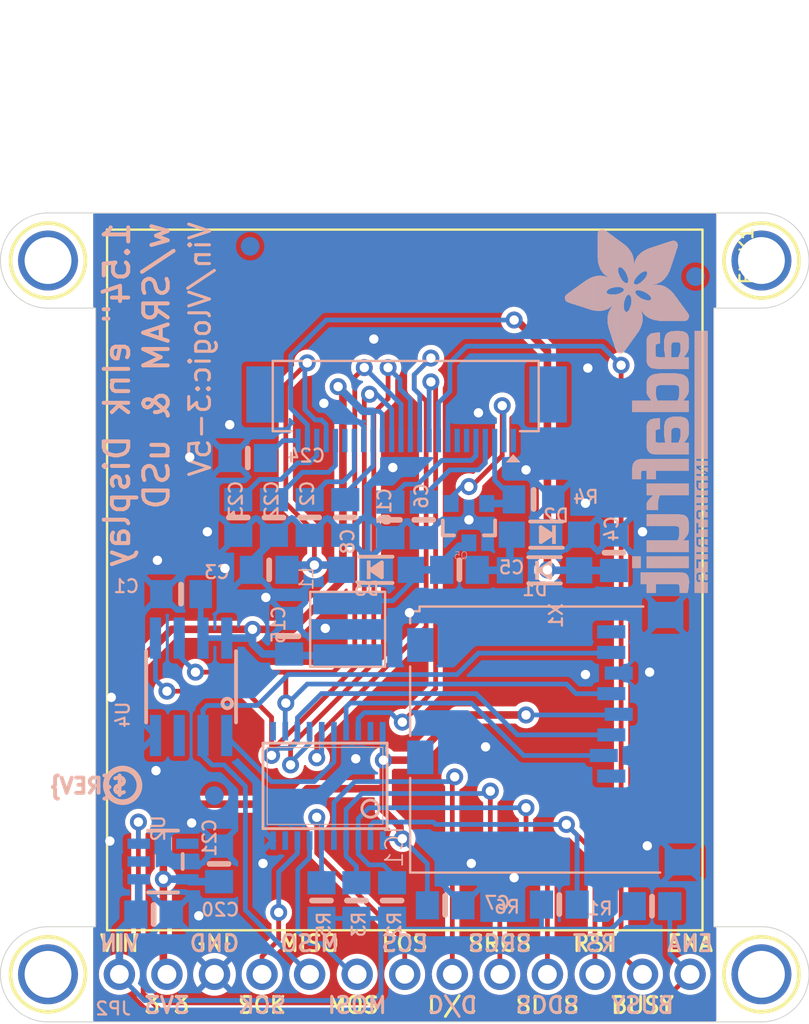
<source format=kicad_pcb>
(kicad_pcb (version 20221018) (generator pcbnew)
  (layers (0 "F.Cu" signal) (31 "B.Cu" signal) (34 "B.Paste" user) (35 "F.Paste" user) (36 "B.SilkS" user "B.Silkscreen") (37 "F.SilkS" user "F.Silkscreen") (38 "B.Mask" user) (39 "F.Mask" user) (44 "Edge.Cuts" user))
  (net 0 "")
  (net 1 "GND")
  (net 2 "3.3V")
  (net 3 "VGH")
  (net 4 "VGL")
  (net 5 "VIN")
  (net 6 "SCLK_3V")
  (net 7 "MOSI_3V")
  (net 8 "DISPCS_3V")
  (net 9 "SRAMCS_3V")
  (net 10 "RESET_3V")
  (net 11 "MISO")
  (net 12 "BUSY")
  (net 13 "RESET")
  (net 14 "SCLK")
  (net 15 "DISPCS")
  (net 16 "SRAMCS")
  (net 17 "SDCS_3V")
  (net 18 "SDCS")
  (net 19 "GDR")
  (net 20 "RESE")
  (net 21 "N$4")
  (net 22 "N$5")
  (net 23 "N$6")
  (net 24 "N$27")
  (net 25 "N$33")
  (net 26 "DC_3V")
  (net 27 "N$2")
  (net 28 "N$3")
  (net 29 "DC")
  (net 30 "MOSI")
  (net 31 "TSCL")
  (net 32 "TSDA")
  (net 33 "ENABLE")
  (net 34 "N$9")
  (footprint "working:EINK_154IN" (layer "F.Cu") (at 162.3041 92.0026 -90)
    (fp_text reference "EINK1")
    (fp_text value "EINK_EPD0231EINK_154IN_200X200")
  )
  (footprint "working:MOUNTINGHOLE_2.5_PLATED" (layer "F.Cu") (at 129.4511 124.0536)
    (fp_text reference "U$3" hide)
    (fp_text value "MOUNTINGHOLE2.5" hide)
  )
  (footprint "working:MOUNTINGHOLE_2.5_PLATED" (layer "F.Cu") (at 167.5511 124.0536)
    (fp_text reference "U$4" hide)
    (fp_text value "MOUNTINGHOLE2.5" hide)
  )
  (footprint "working:MOUNTINGHOLE_2.5_PLATED" (layer "F.Cu") (at 167.5511 85.9536)
    (fp_text reference "U$6" hide)
    (fp_text value "MOUNTINGHOLE2.5" hide)
  )
  (footprint "working:MOUNTINGHOLE_2.5_PLATED" (layer "F.Cu") (at 129.4511 85.9536)
    (fp_text reference "U$5" hide)
    (fp_text value "MOUNTINGHOLE2.5" hide)
  )
  (footprint "working:0805_10MGAP" (layer "B.Cu") (at 136.5539 103.7602 180)
    (fp_text reference "C1")
    (fp_text value "1uF")
  )
  (footprint "working:0805-NO" (layer "B.Cu") (at 141.5161 99.6696 90)
    (fp_text reference "C22")
    (fp_text value "1uF/25V")
  )
  (footprint "working:FIDUCIAL_1MM" (layer "B.Cu") (at 138.3321 114.5166 90)
    (fp_text reference "FID2" hide)
    (fp_text value "FIDUCIAL_1MM" hide)
  )
  (footprint "working:SOD-123" (layer "B.Cu") (at 146.9771 102.4636)
    (fp_text reference "D3")
    (fp_text value "MBR0530")
  )
  (footprint "working:FIDUCIAL_1MM" (layer "B.Cu") (at 140.2461 85.1916 180)
    (fp_text reference "FID3" hide)
    (fp_text value "FIDUCIAL_1MM" hide)
  )
  (footprint "working:0805-NO" (layer "B.Cu") (at 144.0561 120.1166 -90)
    (fp_text reference "R5")
    (fp_text value "100K")
  )
  (footprint "working:0805-NO" (layer "B.Cu") (at 139.6111 99.6696 90)
    (fp_text reference "C23")
    (fp_text value "1uF/25V")
  )
  (footprint "working:TSSOP20" (layer "B.Cu") (at 144.2447 113.9952 180)
    (fp_text reference "IC1")
    (fp_text value "74LVC245PW")
  )
  (footprint "working:0805-NO" (layer "B.Cu") (at 149.5171 99.7966 90)
    (fp_text reference "C6")
    (fp_text value "1uF/10V")
  )
  (footprint "working:INDUCTOR_4X4MM_NR401" (layer "B.Cu") (at 145.4531 105.6386 -90)
    (fp_text reference "L1")
    (fp_text value "10uH")
  )
  (footprint "working:0805-NO" (layer "B.Cu") (at 142.3249 106.0078 -90)
    (fp_text reference "C15")
    (fp_text value "10uF/10V+")
  )
  (footprint "working:0805-NO" (layer "B.Cu") (at 140.1191 96.4946)
    (fp_text reference "C24")
    (fp_text value "1uF/6V")
  )
  (footprint "working:0805-NO" (layer "B.Cu") (at 145.3261 99.6696 -90)
    (fp_text reference "C8")
    (fp_text value "1uF")
  )
  (footprint "working:0805-NO" (layer "B.Cu") (at 135.0911 120.8616)
    (fp_text reference "C20")
    (fp_text value "10µF")
  )
  (footprint "working:0805-NO" (layer "B.Cu") (at 159.6771 101.5492 90)
    (fp_text reference "C4")
    (fp_text value "1uF/25V")
  )
  (footprint "working:MICROSD" (layer "B.Cu") (at 148.8911 104.4732 -90)
    (fp_text reference "X1")
    (fp_text value "MICROSD")
  )
  (footprint "working:ADAFRUIT_TEXT_20MM" (layer "B.Cu") (at 164.6751 84.1286 -90)
    (fp_text reference "U$28" hide)
    (fp_text value "" hide)
  )
  (footprint "working:0805_10MGAP" (layer "B.Cu") (at 155.3845 98.7044)
    (fp_text reference "R4")
    (fp_text value "0.47ohm")
  )
  (footprint "working:SOD-123" (layer "B.Cu") (at 156.0703 100.584 180)
    (fp_text reference "D2")
    (fp_text value "MBR0530")
  )
  (footprint "working:0805-NO" (layer "B.Cu") (at 150.6601 120.3706)
    (fp_text reference "C7")
    (fp_text value "1uF")
  )
  (footprint "working:0805-NO" (layer "B.Cu") (at 147.8261 120.1166 -90)
    (fp_text reference "R2")
    (fp_text value "100K")
  )
  (footprint "working:0805-NO" (layer "B.Cu") (at 145.9211 120.1166 -90)
    (fp_text reference "R3")
    (fp_text value "100K")
  )
  (footprint "working:0805-NO" (layer "B.Cu") (at 147.7391 99.7966 90)
    (fp_text reference "C16")
    (fp_text value "1uF/25V")
  )
  (footprint "working:0805-NO" (layer "B.Cu") (at 138.5851 118.1596 90)
    (fp_text reference "C21")
    (fp_text value "10µF")
  )
  (footprint "working:0805-NO" (layer "B.Cu") (at 151.4221 102.4636)
    (fp_text reference "C5")
    (fp_text value "4.7uF/25V")
  )
  (footprint "working:PCBFEAT-REV-040" (layer "B.Cu") (at 133.4371 113.9676 180)
    (fp_text reference "U$9" hide)
    (fp_text value "" hide)
  )
  (footprint "working:0805-NO" (layer "B.Cu") (at 156.7561 120.3306 180)
    (fp_text reference "R6")
    (fp_text value "100K")
  )
  (footprint "working:1X13_ROUND_70" (layer "B.Cu") (at 148.5011 124.0536)
    (fp_text reference "JP2")
    (fp_text value "")
  )
  (footprint "working:0805-NO" (layer "B.Cu") (at 143.4211 99.6696 90)
    (fp_text reference "C2")
    (fp_text value "1uF/10V")
  )
  (footprint "working:FIDUCIAL_1MM" (layer "B.Cu") (at 164.0271 86.8106 180)
    (fp_text reference "FID1" hide)
    (fp_text value "FIDUCIAL_1MM" hide)
  )
  (footprint "working:0805-NO" (layer "B.Cu") (at 141.2621 102.4636 180)
    (fp_text reference "C3")
    (fp_text value "1uF/25V")
  )
  (footprint "working:SOIC8_150MIL" (layer "B.Cu") (at 137.0921 108.7066 180)
    (fp_text reference "U4")
    (fp_text value "23K640-I/SN")
  )
  (footprint "working:SOD-123" (layer "B.Cu") (at 155.9687 102.489)
    (fp_text reference "D1")
    (fp_text value "MBR0530")
  )
  (footprint "working:SOT23-5" (layer "B.Cu") (at 135.5931 118.0326 90)
    (fp_text reference "U2")
    (fp_text value "MIC5225-3.3")
  )
  (footprint "working:0805-NO" (layer "B.Cu") (at 161.7091 120.4176 180)
    (fp_text reference "R1")
    (fp_text value "100K")
  )
  (footprint "working:SOT23-3" (layer "B.Cu") (at 151.9301 99.9236)
    (fp_text reference "Q5")
    (fp_text value "IRLML0100")
  )
  (gr_line (start 167.5511 88.4936) (end 165.0111 88.4936) (stroke (width 0.05)) (layer "Edge.Cuts"))
  (gr_arc (start 167.5511 83.4136) (mid 169.347151 84.157549) (end 170.0911 85.9536) (stroke (width 0.05)) (layer "Edge.Cuts"))
  (gr_arc (start 129.4511 126.5936) (mid 127.655049 125.849651) (end 126.911101 124.053599) (stroke (width 0.05)) (layer "Edge.Cuts"))
  (gr_line (start 131.9911 88.4936) (end 129.4511 88.4936) (stroke (width 0.05)) (layer "Edge.Cuts"))
  (gr_arc (start 126.9111 85.9536) (mid 127.655049 84.157548) (end 129.451101 83.413599) (stroke (width 0.05)) (layer "Edge.Cuts"))
  (gr_arc (start 170.0911 85.9536) (mid 169.347151 87.749651) (end 167.5511 88.4936) (stroke (width 0.05)) (layer "Edge.Cuts"))
  (gr_line (start 167.5511 121.5136) (end 165.0111 121.5136) (stroke (width 0.05)) (layer "Edge.Cuts"))
  (gr_arc (start 126.911101 124.053601) (mid 127.655049 122.257549) (end 129.4511 121.5136) (stroke (width 0.05)) (layer "Edge.Cuts"))
  (gr_arc (start 167.5511 121.5136) (mid 169.347151 122.257549) (end 170.0911 124.0536) (stroke (width 0.05)) (layer "Edge.Cuts"))
  (gr_arc (start 129.4511 88.4936) (mid 127.655049 87.749651) (end 126.911101 85.953599) (stroke (width 0.05)) (layer "Edge.Cuts"))
  (gr_line (start 165.0111 121.5136) (end 165.0111 88.4936) (stroke (width 0.05)) (layer "Edge.Cuts"))
  (gr_line (start 129.4511 83.4136) (end 167.5511 83.4136) (stroke (width 0.05)) (layer "Edge.Cuts"))
  (gr_line (start 131.9911 121.5136) (end 129.4511 121.5136) (stroke (width 0.05)) (layer "Edge.Cuts"))
  (gr_arc (start 170.0911 124.0536) (mid 169.347151 125.849651) (end 167.5511 126.5936) (stroke (width 0.05)) (layer "Edge.Cuts"))
  (gr_line (start 131.9911 88.4936) (end 131.9911 121.5136) (stroke (width 0.05)) (layer "Edge.Cuts"))
  (gr_line (start 167.5511 126.5936) (end 129.4511 126.5936) (stroke (width 0.05)) (layer "Edge.Cuts"))
  (gr_text "SDCS" (at 156.1211 125.7046) (layer "B.SilkS") (effects (font (size 0.8636 0.8636) (thickness 0.1524)) (justify mirror)))
  (gr_text "ENA" (at 163.7411 122.4026) (layer "B.SilkS") (effects (font (size 0.8636 0.8636) (thickness 0.1524)) (justify mirror)))
  (gr_text "GND" (at 138.3411 122.4026) (layer "B.SilkS") (effects (font (size 0.8636 0.8636) (thickness 0.1524)) (justify mirror)))
  (gr_text "D/C" (at 151.0411 125.7046) (layer "B.SilkS") (effects (font (size 0.8636 0.8636) (thickness 0.1524)) (justify mirror)))
  (gr_text "1.54\" eInk Display\nw/SRAM & uSD" (at 132.3721 83.7946 -270) (layer "B.SilkS") (effects (font (size 1.31064 1.31064) (thickness 0.21336)) (justify left top mirror)))
  (gr_text "Vin/Vlogic:3-5V" (at 138.2141 83.7946 -270) (layer "B.SilkS") (effects (font (size 1.1049 1.1049) (thickness 0.1651)) (justify left bottom mirror)))
  (gr_text "MOSI" (at 145.9611 125.7046) (layer "B.SilkS") (effects (font (size 0.8636 0.8636) (thickness 0.1524)) (justify mirror)))
  (gr_text "RST" (at 158.6611 122.4026) (layer "B.SilkS") (effects (font (size 0.8636 0.8636) (thickness 0.1524)) (justify mirror)))
  (gr_text "SRCS" (at 153.5811 122.4026) (layer "B.SilkS") (effects (font (size 0.8636 0.8636) (thickness 0.1524)) (justify mirror)))
  (gr_text "ECS" (at 148.5011 122.4026) (layer "B.SilkS") (effects (font (size 0.8636 0.8636) (thickness 0.1524)) (justify mirror)))
  (gr_text "VIN" (at 133.2611 122.4026) (layer "B.SilkS") (effects (font (size 0.8636 0.8636) (thickness 0.1524)) (justify mirror)))
  (gr_text "MISO" (at 143.4211 122.4026) (layer "B.SilkS") (effects (font (size 0.8636 0.8636) (thickness 0.1524)) (justify mirror)))
  (gr_text "3V3" (at 135.8011 125.7046) (layer "B.SilkS") (effects (font (size 0.8636 0.8636) (thickness 0.1524)) (justify mirror)))
  (gr_text "BUSY" (at 161.2011 125.7046) (layer "B.SilkS") (effects (font (size 0.8636 0.8636) (thickness 0.1524)) (justify mirror)))
  (gr_text "SCK" (at 140.8811 125.7046) (layer "B.SilkS") (effects (font (size 0.8636 0.8636) (thickness 0.1524)) (justify mirror)))
  (gr_text "MOSI" (at 145.9611 125.7046) (layer "F.SilkS") (effects (font (size 0.8636 0.8636) (thickness 0.1524))))
  (gr_text "SCK" (at 140.8811 125.7046) (layer "F.SilkS") (effects (font (size 0.8636 0.8636) (thickness 0.1524))))
  (gr_text "D/C" (at 151.0411 125.7046) (layer "F.SilkS") (effects (font (size 0.8636 0.8636) (thickness 0.1524))))
  (gr_text "VIN" (at 133.2611 122.4026) (layer "F.SilkS") (effects (font (size 0.8636 0.8636) (thickness 0.1524))))
  (gr_text "ECS" (at 148.5011 122.4026) (layer "F.SilkS") (effects (font (size 0.8636 0.8636) (thickness 0.1524))))
  (gr_text "SRCS" (at 153.5811 122.4026) (layer "F.SilkS") (effects (font (size 0.8636 0.8636) (thickness 0.1524))))
  (gr_text "ENA" (at 163.7411 122.4026) (layer "F.SilkS") (effects (font (size 0.8636 0.8636) (thickness 0.1524))))
  (gr_text "RST" (at 158.6611 122.4026) (layer "F.SilkS") (effects (font (size 0.8636 0.8636) (thickness 0.1524))))
  (gr_text "SDCS" (at 156.1211 125.7046) (layer "F.SilkS") (effects (font (size 0.8636 0.8636) (thickness 0.1524))))
  (gr_text "3V3" (at 135.8011 125.7046) (layer "F.SilkS") (effects (font (size 0.8636 0.8636) (thickness 0.1524))))
  (gr_text "BUSY" (at 161.2011 125.7046) (layer "F.SilkS") (effects (font (size 0.8636 0.8636) (thickness 0.1524))))
  (gr_text "MISO" (at 143.4211 122.4026) (layer "F.SilkS") (effects (font (size 0.8636 0.8636) (thickness 0.1524))))
  (gr_text "GND" (at 138.3411 122.4026) (layer "F.SilkS") (effects (font (size 0.8636 0.8636) (thickness 0.1524))))
  (via (at 161.4551 117.1956) (size 0.9064) (drill 0.5) (layers "F.Cu" "B.Cu") (net 1))
  (via (at 152.8191 111.9124) (size 0.9064) (drill 0.5) (layers "F.Cu" "B.Cu") (net 1))
  (via (at 138.8999 102.3874) (size 0.9064) (drill 0.5) (layers "F.Cu" "B.Cu") (net 1))
  (via (at 132.8293 109.2708) (size 0.9064) (drill 0.5) (layers "F.Cu" "B.Cu") (net 1))
  (via (at 135.2169 113.1824) (size 0.9064) (drill 0.5) (layers "F.Cu" "B.Cu") (net 1))
  (via (at 151.9301 99.7966) (size 0.9064) (drill 0.5) (layers "F.Cu" "B.Cu") (net 1))
  (via (at 137.1219 115.9764) (size 0.9064) (drill 0.5) (layers "F.Cu" "B.Cu") (net 1))
  (via (at 144.1831 93.5736) (size 0.9064) (drill 0.5) (layers "F.Cu" "B.Cu") (net 1))
  (via (at 144.2593 105.5878) (size 0.9064) (drill 0.5) (layers "F.Cu" "B.Cu") (net 1))
  (via (at 147.8661 97.0026) (size 0.9064) (drill 0.5) (layers "F.Cu" "B.Cu") (net 1))
  (via (at 148.7551 104.7496) (size 0.9064) (drill 0.5) (layers "F.Cu" "B.Cu") (net 1))
  (via (at 137.9601 100.4316) (size 0.9064) (drill 0.5) (layers "F.Cu" "B.Cu") (net 1))
  (via (at 145.8849 112.5474) (size 0.9064) (drill 0.5) (layers "F.Cu" "B.Cu") (net 1))
  (via (at 141.0843 103.9368) (size 0.9064) (drill 0.5) (layers "F.Cu" "B.Cu") (net 1))
  (via (at 152.4381 94.0816) (size 0.9064) (drill 0.5) (layers "F.Cu" "B.Cu") (net 1))
  (via (at 154.9781 97.1296) (size 0.9064) (drill 0.5) (layers "F.Cu" "B.Cu") (net 1))
  (via (at 161.5821 107.9246) (size 0.9064) (drill 0.5) (layers "F.Cu" "B.Cu") (net 1))
  (via (at 140.9319 118.1354) (size 0.9064) (drill 0.5) (layers "F.Cu" "B.Cu") (net 1))
  (via (at 161.2011 100.4316) (size 0.9064) (drill 0.5) (layers "F.Cu" "B.Cu") (net 1))
  (via (at 137.0203 96.4438) (size 0.9064) (drill 0.5) (layers "F.Cu" "B.Cu") (net 1))
  (via (at 132.7531 116.9416) (size 0.9064) (drill 0.5) (layers "F.Cu" "B.Cu") (net 1))
  (via (at 135.2931 101.9556) (size 0.9064) (drill 0.5) (layers "F.Cu" "B.Cu") (net 1))
  (via (at 139.1539 94.7166) (size 0.9064) (drill 0.5) (layers "F.Cu" "B.Cu") (net 1))
  (via (at 158.2801 91.694) (size 0.9064) (drill 0.5) (layers "F.Cu" "B.Cu") (net 1))
  (via (at 137.5029 120.9294) (size 0.9064) (drill 0.5) (layers "F.Cu" "B.Cu") (net 1))
  (via (at 158.1531 98.9076) (size 0.9064) (drill 0.5) (layers "F.Cu" "B.Cu") (net 1))
  (via (at 154.3431 118.8974) (size 0.9064) (drill 0.5) (layers "F.Cu" "B.Cu") (net 1))
  (via (at 152.0571 118.1354) (size 0.9064) (drill 0.5) (layers "F.Cu" "B.Cu") (net 1))
  (via (at 146.8501 90.1446) (size 0.9064) (drill 0.5) (layers "F.Cu" "B.Cu") (net 1))
  (via (at 158.1531 108.0516) (size 0.9064) (drill 0.5) (layers "F.Cu" "B.Cu") (net 1))
  (segment (start 150.8041 94.5726) (end 151.1681 94.2086) (width 0.254) (layer "B.Cu") (net 1))
  (segment (start 141.1351 101.1936) (end 141.1351 100.8126) (width 0.4064) (layer "B.Cu") (net 1))
  (segment (start 150.8041 95.5626) (end 150.8041 94.5726) (width 0.254) (layer "B.Cu") (net 1))
  (segment (start 140.3121 102.0166) (end 141.1351 101.1936) (width 0.4064) (layer "B.Cu") (net 1))
  (segment (start 144.3101 93.5736) (end 144.1831 93.5736) (width 0.254) (layer "B.Cu") (net 1))
  (segment (start 145.3261 94.5896) (end 144.3101 93.5736) (width 0.254) (layer "B.Cu") (net 1))
  (segment (start 140.3121 102.4636) (end 140.3121 102.0166) (width 0.4064) (layer "B.Cu") (net 1))
  (segment (start 146.3041 95.5626) (end 146.3041 94.8056) (width 0.254) (layer "B.Cu") (net 1))
  (segment (start 146.3041 94.8056) (end 146.0881 94.5896) (width 0.254) (layer "B.Cu") (net 1))
  (segment (start 146.0881 94.5896) (end 145.3261 94.5896) (width 0.254) (layer "B.Cu") (net 1))
  (segment (start 142.5321 105.6386) (end 145.1991 102.9716) (width 0.4064) (layer "F.Cu") (net 2))
  (segment (start 147.3581 114.1476) (end 147.3581 112.6236) (width 0.4064) (layer "F.Cu") (net 2))
  (segment (start 135.6106 118.9736) (end 135.6106 114.9731) (width 0.4064) (layer "F.Cu") (net 2))
  (segment (start 135.6106 114.9731) (end 142.4686 114.9731) (width 0.4064) (layer "F.Cu") (net 2))
  (segment (start 147.3581 115.2906) (end 147.3581 114.1476) (width 0.4064) (layer "F.Cu") (net 2))
  (segment (start 145.1991 92.9386) (end 144.9451 92.6846) (width 0.4064) (layer "F.Cu") (net 2))
  (segment (start 143.2941 114.1476) (end 147.3581 114.1476) (width 0.4064) (layer "F.Cu") (net 2))
  (segment (start 135.8011 124.0536) (end 135.6106 123.8631) (width 0.4064) (layer "F.Cu") (net 2))
  (segment (start 145.1991 102.9716) (end 145.1991 92.9386) (width 0.4064) (layer "F.Cu") (net 2))
  (segment (start 148.8821 112.6236) (end 147.3581 112.6236) (width 0.4064) (layer "F.Cu") (net 2))
  (segment (start 142.4686 114.9731) (end 143.2941 114.1476) (width 0.4064) (layer "F.Cu") (net 2))
  (segment (start 135.6106 114.9731) (end 134.0231 113.3856) (width 0.4064) (layer "F.Cu") (net 2))
  (segment (start 151.2951 110.2106) (end 148.8821 112.6236) (width 0.4064) (layer "F.Cu") (net 2))
  (segment (start 134.0231 107.6706) (end 136.0551 105.6386) (width 0.4064) (layer "F.Cu") (net 2))
  (segment (start 135.6106 123.8631) (end 135.6106 118.9736) (width 0.4064) (layer "F.Cu") (net 2))
  (segment (start 148.2471 116.1796) (end 147.3581 115.2906) (width 0.4064) (layer "F.Cu") (net 2))
  (segment (start 136.0551 105.6386) (end 140.3731 105.6386) (width 0.4064) (layer "F.Cu") (net 2))
  (segment (start 140.3731 105.6386) (end 142.5321 105.6386) (width 0.4064) (layer "F.Cu") (net 2))
  (segment (start 148.2471 116.6876) (end 148.2471 116.1796) (width 0.4064) (layer "F.Cu") (net 2))
  (segment (start 134.0231 113.3856) (end 134.0231 107.6706) (width 0.4064) (layer "F.Cu") (net 2))
  (segment (start 148.3741 116.8146) (end 148.2471 116.6876) (width 0.4064) (layer "F.Cu") (net 2))
  (segment (start 151.2951 110.2106) (end 154.9781 110.2106) (width 0.4064) (layer "F.Cu") (net 2))
  (via (at 144.9451 92.6846) (size 0.9064) (drill 0.5) (layers "F.Cu" "B.Cu") (net 2))
  (via (at 140.3731 105.6386) (size 0.9064) (drill 0.5) (layers "F.Cu" "B.Cu") (net 2))
  (via (at 148.3741 116.8146) (size 0.9064) (drill 0.5) (layers "F.Cu" "B.Cu") (net 2))
  (via (at 154.9781 110.2106) (size 0.9064) (drill 0.5) (layers "F.Cu" "B.Cu") (net 2))
  (via (at 135.6106 118.9736) (size 0.9064) (drill 0.5) (layers "F.Cu" "B.Cu") (net 2))
  (via (at 147.3581 112.6236) (size 0.9064) (drill 0.5) (layers "F.Cu" "B.Cu") (net 2))
  (segment (start 147.3041 94.1546) (end 147.1501 94.0006) (width 0.254) (layer "B.Cu") (net 2))
  (segment (start 147.3197 111.0774) (end 147.3197 112.6236) (width 0.3048) (layer "B.Cu") (net 2))
  (segment (start 145.3261 98.3996) (end 145.3261 98.7196) (width 0.254) (layer "B.Cu") (net 2))
  (segment (start 140.9303 106.9578) (end 140.3731 106.4006) (width 0.4064) (layer "B.Cu") (net 2))
  (segment (start 146.8041 95.5626) (end 146.8041 94.0006) (width 0.254) (layer "B.Cu") (net 2))
  (segment (start 159.9311 110.1732) (end 159.9311 110.2106) (width 0.254) (layer "B.Cu") (net 2))
  (segment (start 137.0202 119.1096) (end 136.8932 118.9826) (width 0.4064) (layer "B.Cu") (net 2))
  (segment (start 138.9971 106.1066) (end 140.3331 106.1066) (width 0.4064) (layer "B.Cu") (net 2))
  (segment (start 136.8932 118.9826) (end 136.8842 118.9736) (width 0.4064) (layer "B.Cu") (net 2))
  (segment (start 146.2611 94.0006) (end 144.9451 92.6846) (width 0.4064) (layer "B.Cu") (net 2))
  (segment (start 144.9451 92.6496) (end 144.9451 92.6846) (width 0.4064) (layer "B.Cu") (net 2))
  (segment (start 159.9311 110.2106) (end 154.9781 110.2106) (width 0.254) (layer "B.Cu") (net 2))
  (segment (start 146.8041 96.9216) (end 145.3261 98.3996) (width 0.254) (layer "B.Cu") (net 2))
  (segment (start 138.5851 119.1096) (end 137.0202 119.1096) (width 0.4064) (layer "B.Cu") (net 2))
  (segment (start 140.3731 106.4006) (end 140.3731 106.1466) (width 0.4064) (layer "B.Cu") (net 2))
  (segment (start 146.8041 94.0006) (end 146.2611 94.0006) (width 0.4064) (layer "B.Cu") (net 2))
  (segment (start 136.8842 118.9736) (end 135.6106 118.9736) (width 0.4064) (layer "B.Cu") (net 2))
  (segment (start 138.9971 106.1066) (end 137.7271 106.1066) (width 0.3048) (layer "B.Cu") (net 2))
  (segment (start 140.3331 106.1066) (end 140.3731 106.1466) (width 0.4064) (layer "B.Cu") (net 2))
  (segment (start 147.3041 94.1546) (end 147.3041 95.5626) (width 0.254) (layer "B.Cu") (net 2))
  (segment (start 147.3197 112.6236) (end 147.3581 112.6236) (width 0.3048) (layer "B.Cu") (net 2))
  (segment (start 149.7101 118.1506) (end 148.3741 116.8146) (width 0.254) (layer "B.Cu") (net 2))
  (segment (start 147.3197 116.913) (end 147.4181 116.8146) (width 0.254) (layer "B.Cu") (net 2))
  (segment (start 149.7101 120.3706) (end 149.7101 118.1506) (width 0.254) (layer "B.Cu") (net 2))
  (segment (start 147.1501 94.0006) (end 146.8041 94.0006) (width 0.254) (layer "B.Cu") (net 2))
  (segment (start 137.6039 105.9834) (end 137.6039 103.7602) (width 0.3048) (layer "B.Cu") (net 2))
  (segment (start 142.4057 107.0386) (end 142.3249 106.9578) (width 0.4064) (layer "B.Cu") (net 2))
  (segment (start 137.7271 106.1066) (end 137.6039 105.9834) (width 0.3048) (layer "B.Cu") (net 2))
  (segment (start 142.3249 106.9578) (end 140.9303 106.9578) (width 0.4064) (layer "B.Cu") (net 2))
  (segment (start 146.8041 95.5626) (end 146.8041 96.9216) (width 0.254) (layer "B.Cu") (net 2))
  (segment (start 147.4181 116.8146) (end 148.3741 116.8146) (width 0.254) (layer "B.Cu") (net 2))
  (segment (start 145.4531 107.0386) (end 142.4057 107.0386) (width 0.4064) (layer "B.Cu") (net 2))
  (segment (start 140.3731 106.1466) (end 140.3731 105.6386) (width 0.4064) (layer "B.Cu") (net 2))
  (segment (start 143.6751 100.4316) (end 142.1511 98.9076) (width 0.254) (layer "F.Cu") (net 3))
  (segment (start 143.6751 102.2096) (end 143.6751 100.4316) (width 0.254) (layer "F.Cu") (net 3))
  (segment (start 142.1511 98.9076) (end 142.1511 92.5576) (width 0.254) (layer "F.Cu") (net 3))
  (segment (start 142.1511 92.5576) (end 143.2941 91.4146) (width 0.254) (layer "F.Cu") (net 3))
  (via (at 143.2941 91.4146) (size 0.9064) (drill 0.5) (layers "F.Cu" "B.Cu") (net 3))
  (via (at 143.6751 102.2096) (size 0.9064) (drill 0.5) (layers "F.Cu" "B.Cu") (net 3))
  (segment (start 144.0561 94.4626) (end 143.7259 94.4626) (width 0.254) (layer "B.Cu") (net 3))
  (segment (start 142.5321 102.2096) (end 143.6751 102.2096) (width 0.4064) (layer "B.Cu") (net 3))
  (segment (start 144.3041 94.7106) (end 144.0561 94.4626) (width 0.254) (layer "B.Cu") (net 3))
  (segment (start 143.1671 93.9038) (end 143.1671 91.7956) (width 0.254) (layer "B.Cu") (net 3))
  (segment (start 143.7259 94.4626) (end 143.1671 93.9038) (width 0.254) (layer "B.Cu") (net 3))
  (segment (start 143.1671 91.7956) (end 143.2941 91.6686) (width 0.254) (layer "B.Cu") (net 3))
  (segment (start 142.4051 102.3366) (end 142.5321 102.2096) (width 0.4064) (layer "B.Cu") (net 3))
  (segment (start 144.5641 102.2096) (end 143.6751 102.2096) (width 0.4064) (layer "B.Cu") (net 3))
  (segment (start 145.1271 102.4636) (end 144.8181 102.4636) (width 0.4064) (layer "B.Cu") (net 3))
  (segment (start 144.3041 95.5626) (end 144.3041 94.7106) (width 0.254) (layer "B.Cu") (net 3))
  (segment (start 143.2941 91.6686) (end 143.2941 91.4146) (width 0.254) (layer "B.Cu") (net 3))
  (segment (start 142.2121 102.3366) (end 142.4051 102.3366) (width 0.4064) (layer "B.Cu") (net 3))
  (segment (start 144.8181 102.4636) (end 144.5641 102.2096) (width 0.4064) (layer "B.Cu") (net 3))
  (segment (start 142.2121 102.4636) (end 142.2121 102.3366) (width 0.4064) (layer "B.Cu") (net 3))
  (segment (start 156.1211 102.4636) (end 156.1211 90.7796) (width 0.4064) (layer "F.Cu") (net 4))
  (segment (start 154.3431 89.1286) (end 154.4701 89.1286) (width 0.254) (layer "F.Cu") (net 4))
  (segment (start 156.1211 90.7796) (end 154.4701 89.1286) (width 0.4064) (layer "F.Cu") (net 4))
  (via (at 156.1211 102.4636) (size 0.9064) (drill 0.5) (layers "F.Cu" "B.Cu") (net 4))
  (via (at 154.3431 89.1286) (size 0.9064) (drill 0.5) (layers "F.Cu" "B.Cu") (net 4))
  (segment (start 144.3101 89.1286) (end 154.3431 89.1286) (width 0.254) (layer "B.Cu") (net 4))
  (segment (start 159.6771 102.4992) (end 157.8289 102.4992) (width 0.4064) (layer "B.Cu") (net 4))
  (segment (start 142.4151 93.8376) (end 142.4151 91.0236) (width 0.254) (layer "B.Cu") (net 4))
  (segment (start 143.3041 94.7266) (end 142.4151 93.8376) (width 0.254) (layer "B.Cu") (net 4))
  (segment (start 143.3041 95.5626) (end 143.3041 94.7266) (width 0.254) (layer "B.Cu") (net 4))
  (segment (start 156.1465 102.489) (end 156.1211 102.4636) (width 0.4064) (layer "B.Cu") (net 4))
  (segment (start 157.8187 102.489) (end 156.1465 102.489) (width 0.4064) (layer "B.Cu") (net 4))
  (segment (start 142.4151 91.0236) (end 144.3101 89.1286) (width 0.254) (layer "B.Cu") (net 4))
  (segment (start 157.8289 102.4992) (end 157.8187 102.489) (width 0.4064) (layer "B.Cu") (net 4))
  (segment (start 147.8261 121.0666) (end 147.1041 121.0666) (width 0.254) (layer "B.Cu") (net 5))
  (segment (start 133.2611 124.1171) (end 133.2611 124.0536) (width 0.254) (layer "B.Cu") (net 5))
  (segment (start 133.2611 121.7416) (end 134.1411 120.8616) (width 0.4064) (layer "B.Cu") (net 5))
  (segment (start 147.2311 125.0696) (end 147.2311 121.1936) (width 0.254) (layer "B.Cu") (net 5))
  (segment (start 147.8261 121.6406) (end 147.8261 121.0666) (width 0.254) (layer "B.Cu") (net 5))
  (segment (start 147.1041 121.0666) (end 145.9211 121.0666) (width 0.254) (layer "B.Cu") (net 5))
  (segment (start 159.5361 121.6406) (end 155.8061 121.6406) (width 0.254) (layer "B.Cu") (net 5))
  (segment (start 155.8061 120.3306) (end 155.8061 121.6406) (width 0.254) (layer "B.Cu") (net 5))
  (segment (start 155.8061 121.6406) (end 147.8261 121.6406) (width 0.254) (layer "B.Cu") (net 5))
  (segment (start 159.5361 121.6406) (end 160.7591 120.4176) (width 0.254) (layer "B.Cu") (net 5))
  (segment (start 134.5946 125.4506) (end 133.2611 124.1171) (width 0.254) (layer "B.Cu") (net 5))
  (segment (start 133.2611 124.0536) (end 133.2611 121.7416) (width 0.4064) (layer "B.Cu") (net 5))
  (segment (start 146.8501 125.4506) (end 147.2311 125.0696) (width 0.254) (layer "B.Cu") (net 5))
  (segment (start 145.9211 121.0666) (end 144.0561 121.0666) (width 0.254) (layer "B.Cu") (net 5))
  (segment (start 134.293 118.9826) (end 134.293 120.7097) (width 0.4064) (layer "B.Cu") (net 5))
  (segment (start 147.2311 121.1936) (end 147.1041 121.0666) (width 0.254) (layer "B.Cu") (net 5))
  (segment (start 134.293 120.7097) (end 134.1411 120.8616) (width 0.4064) (layer "B.Cu") (net 5))
  (segment (start 146.8501 125.4506) (end 134.5946 125.4506) (width 0.254) (layer "B.Cu") (net 5))
  (segment (start 144.6911 107.9246) (end 145.8341 106.7816) (width 0.254) (layer "F.Cu") (net 6))
  (segment (start 142.1511 109.5756) (end 142.1511 107.9246) (width 0.254) (layer "F.Cu") (net 6))
  (segment (start 145.8341 106.7816) (end 145.8341 92.1766) (width 0.254) (layer "F.Cu") (net 6))
  (segment (start 142.1511 107.9246) (end 137.3251 107.9246) (width 0.254) (layer "F.Cu") (net 6))
  (segment (start 145.8341 92.1766) (end 146.3421 91.6686) (width 0.254) (layer "F.Cu") (net 6))
  (segment (start 144.6911 107.9246) (end 142.1511 107.9246) (width 0.254) (layer "F.Cu") (net 6))
  (via (at 142.1511 109.5756) (size 0.9064) (drill 0.5) (layers "F.Cu" "B.Cu") (net 6))
  (via (at 137.3251 107.9246) (size 0.9064) (drill 0.5) (layers "F.Cu" "B.Cu") (net 6))
  (via (at 146.3421 91.6686) (size 0.9064) (drill 0.5) (layers "F.Cu" "B.Cu") (net 6))
  (segment (start 142.1197 109.734) (end 142.1197 109.607) (width 0.254) (layer "B.Cu") (net 6))
  (segment (start 157.1371 108.5596) (end 157.6507 109.0732) (width 0.254) (layer "B.Cu") (net 6))
  (segment (start 136.4571 107.0566) (end 136.4571 106.1066) (width 0.254) (layer "B.Cu") (net 6))
  (segment (start 142.1197 109.607) (end 142.1511 109.5756) (width 0.254) (layer "B.Cu") (net 6))
  (segment (start 157.6507 109.0732) (end 159.5311 109.0732) (width 0.254) (layer "B.Cu") (net 6))
  (segment (start 142.1197 111.0774) (end 142.1197 109.734) (width 0.254) (layer "B.Cu") (net 6))
  (segment (start 142.1197 109.734) (end 143.2941 108.5596) (width 0.254) (layer "B.Cu") (net 6))
  (segment (start 137.3251 107.9246) (end 136.4571 107.0566) (width 0.254) (layer "B.Cu") (net 6))
  (segment (start 148.3041 93.6306) (end 148.3041 95.5626) (width 0.254) (layer "B.Cu") (net 6))
  (segment (start 146.3421 91.6686) (end 148.3041 93.6306) (width 0.254) (layer "B.Cu") (net 6))
  (segment (start 143.2941 108.5596) (end 157.1371 108.5596) (width 0.254) (layer "B.Cu") (net 6))
  (segment (start 135.8011 108.9406) (end 139.9921 108.9406) (width 0.254) (layer "F.Cu") (net 7))
  (segment (start 146.3421 107.1626) (end 141.3891 112.1156) (width 0.254) (layer "F.Cu") (net 7))
  (segment (start 139.9921 108.9406) (end 141.3891 110.3376) (width 0.254) (layer "F.Cu") (net 7))
  (segment (start 141.3891 112.1156) (end 141.3891 112.3696) (width 0.254) (layer "F.Cu") (net 7))
  (segment (start 146.3421 93.3704) (end 146.6215 93.091) (width 0.254) (layer "F.Cu") (net 7))
  (segment (start 141.3891 110.3376) (end 141.3891 112.1156) (width 0.254) (layer "F.Cu") (net 7))
  (segment (start 146.3421 107.1626) (end 146.3421 93.3704) (width 0.254) (layer "F.Cu") (net 7))
  (via (at 135.8011 108.9406) (size 0.9064) (drill 0.5) (layers "F.Cu" "B.Cu") (net 7))
  (via (at 146.6215 93.091) (size 0.9064) (drill 0.5) (layers "F.Cu" "B.Cu") (net 7))
  (via (at 141.3891 112.3696) (size 0.9064) (drill 0.5) (layers "F.Cu" "B.Cu") (net 7))
  (segment (start 135.1871 106.1066) (end 135.1871 108.3266) (width 0.254) (layer "B.Cu") (net 7))
  (segment (start 147.8041 93.8926) (end 147.0025 93.091) (width 0.254) (layer "B.Cu") (net 7))
  (segment (start 147.0025 93.091) (end 146.6215 93.091) (width 0.254) (layer "B.Cu") (net 7))
  (segment (start 142.7697 111.0774) (end 142.7697 110.354) (width 0.254) (layer "B.Cu") (net 7))
  (segment (start 135.1871 108.3266) (end 135.8011 108.9406) (width 0.254) (layer "B.Cu") (net 7))
  (segment (start 152.3111 109.0676) (end 144.0561 109.0676) (width 0.254) (layer "B.Cu") (net 7))
  (segment (start 144.0561 109.0676) (end 142.7697 110.354) (width 0.254) (layer "B.Cu") (net 7))
  (segment (start 154.5167 111.2732) (end 152.3111 109.0676) (width 0.254) (layer "B.Cu") (net 7))
  (segment (start 142.7697 111.624) (end 142.4051 111.9886) (width 0.254) (layer "B.Cu") (net 7))
  (segment (start 142.7697 111.0774) (end 142.7697 111.624) (width 0.254) (layer "B.Cu") (net 7))
  (segment (start 141.7701 111.9886) (end 141.3891 112.3696) (width 0.254) (layer "B.Cu") (net 7))
  (segment (start 142.4051 111.9886) (end 141.7701 111.9886) (width 0.254) (layer "B.Cu") (net 7))
  (segment (start 147.8041 93.8926) (end 147.8041 95.5626) (width 0.254) (layer "B.Cu") (net 7))
  (segment (start 159.5311 111.2732) (end 154.5167 111.2732) (width 0.254) (layer "B.Cu") (net 7))
  (segment (start 142.4051 111.8616) (end 142.4051 112.8776) (width 0.254) (layer "F.Cu") (net 8))
  (segment (start 147.6121 93.3196) (end 146.8501 94.0816) (width 0.254) (layer "F.Cu") (net 8))
  (segment (start 146.8501 94.0816) (end 146.8501 107.4166) (width 0.254) (layer "F.Cu") (net 8))
  (segment (start 147.6121 91.6686) (end 147.6121 93.3196) (width 0.254) (layer "F.Cu") (net 8))
  (segment (start 146.8501 107.4166) (end 142.4051 111.8616) (width 0.254) (layer "F.Cu") (net 8))
  (via (at 142.4051 112.8776) (size 0.9064) (drill 0.5) (layers "F.Cu" "B.Cu") (net 8))
  (via (at 147.6121 91.6686) (size 0.9064) (drill 0.5) (layers "F.Cu" "B.Cu") (net 8))
  (segment (start 142.4051 112.7506) (end 143.4197 111.736) (width 0.254) (layer "B.Cu") (net 8))
  (segment (start 148.2471 92.3036) (end 147.6121 91.6686) (width 0.254) (layer "B.Cu") (net 8))
  (segment (start 148.8041 95.5626) (end 148.8041 93.3686) (width 0.254) (layer "B.Cu") (net 8))
  (segment (start 148.2471 92.8116) (end 148.2471 92.3036) (width 0.254) (layer "B.Cu") (net 8))
  (segment (start 143.4197 111.736) (end 143.4197 111.0774) (width 0.254) (layer "B.Cu") (net 8))
  (segment (start 148.8041 93.3686) (end 148.2471 92.8116) (width 0.254) (layer "B.Cu") (net 8))
  (segment (start 147.9151 91.9716) (end 147.6121 91.6686) (width 0.254) (layer "B.Cu") (net 8))
  (segment (start 142.4051 112.8776) (end 142.4051 112.7506) (width 0.254) (layer "B.Cu") (net 8))
  (segment (start 144.7197 111.0774) (end 144.7197 112.722) (width 0.254) (layer "B.Cu") (net 9))
  (segment (start 144.7197 112.722) (end 143.6751 113.7666) (width 0.254) (layer "B.Cu") (net 9))
  (segment (start 141.3891 113.7666) (end 138.9291 111.3066) (width 0.254) (layer "B.Cu") (net 9))
  (segment (start 143.6751 113.7666) (end 141.3891 113.7666) (width 0.254) (layer "B.Cu") (net 9))
  (segment (start 138.9761 111.3276) (end 138.9971 111.3066) (width 0.254) (layer "B.Cu") (net 9))
  (segment (start 138.9291 111.3066) (end 138.9971 111.3066) (width 0.254) (layer "B.Cu") (net 9))
  (segment (start 150.1521 108.8136) (end 150.1521 92.6846) (width 0.254) (layer "F.Cu") (net 10))
  (segment (start 148.3741 110.5916) (end 150.1521 108.8136) (width 0.254) (layer "F.Cu") (net 10))
  (segment (start 150.1521 92.6846) (end 149.8981 92.4306) (width 0.254) (layer "F.Cu") (net 10))
  (via (at 148.3741 110.5916) (size 0.9064) (drill 0.5) (layers "F.Cu" "B.Cu") (net 10))
  (via (at 149.8981 92.4306) (size 0.9064) (drill 0.5) (layers "F.Cu" "B.Cu") (net 10))
  (segment (start 149.8041 95.5626) (end 149.8041 92.5246) (width 0.254) (layer "B.Cu") (net 10))
  (segment (start 148.2471 110.5916) (end 148.3741 110.5916) (width 0.254) (layer "B.Cu") (net 10))
  (segment (start 147.7391 110.0836) (end 148.2471 110.5916) (width 0.254) (layer "B.Cu") (net 10))
  (segment (start 146.3421 110.0836) (end 147.7391 110.0836) (width 0.254) (layer "B.Cu") (net 10))
  (segment (start 146.0197 111.0774) (end 146.0197 110.406) (width 0.254) (layer "B.Cu") (net 10))
  (segment (start 149.8981 92.4306) (end 149.8041 92.5246) (width 0.254) (layer "B.Cu") (net 10))
  (segment (start 146.0197 110.406) (end 146.3421 110.0836) (width 0.254) (layer "B.Cu") (net 10))
  (segment (start 137.9601 109.7026) (end 137.7061 109.9566) (width 0.254) (layer "B.Cu") (net 11))
  (segment (start 151.2951 108.0516) (end 152.4381 106.9086) (width 0.254) (layer "B.Cu") (net 11))
  (segment (start 139.9921 114.0206) (end 138.8491 112.8776) (width 0.254) (layer "B.Cu") (net 11))
  (segment (start 140.6271 109.7026) (end 137.9601 109.7026) (width 0.254) (layer "B.Cu") (net 11))
  (segment (start 137.7061 109.956599) (end 137.7271 110.0073) (width 0.254) (layer "B.Cu") (net 11))
  (segment (start 137.7061 112.3696) (end 137.7271 112.3189) (width 0.254) (layer "B.Cu") (net 11))
  (segment (start 138.8491 112.8776) (end 138.2141 112.8776) (width 0.254) (layer "B.Cu") (net 11))
  (segment (start 142.2781 108.0516) (end 140.6271 109.7026) (width 0.254) (layer "B.Cu") (net 11))
  (segment (start 139.9921 120.6246) (end 143.4211 124.0536) (width 0.254) (layer "B.Cu") (net 11))
  (segment (start 159.5311 106.8732) (end 158.8235 106.8732) (width 0.254) (layer "B.Cu") (net 11))
  (segment (start 137.7271 112.3189) (end 137.7271 111.3066) (width 0.254) (layer "B.Cu") (net 11))
  (segment (start 137.7061 109.9566) (end 137.7061 109.956599) (width 0.254) (layer "B.Cu") (net 11))
  (segment (start 158.7881 106.9086) (end 158.8235 106.8732) (width 0.254) (layer "B.Cu") (net 11))
  (segment (start 137.7271 110.0073) (end 137.7271 111.3066) (width 0.254) (layer "B.Cu") (net 11))
  (segment (start 137.7061 112.3696) (end 137.7061 112.3696) (width 0.254) (layer "B.Cu") (net 11))
  (segment (start 138.2141 112.8776) (end 137.7061 112.3696) (width 0.254) (layer "B.Cu") (net 11))
  (segment (start 142.2781 108.0516) (end 151.2951 108.0516) (width 0.254) (layer "B.Cu") (net 11))
  (segment (start 152.4381 106.9086) (end 158.7881 106.9086) (width 0.254) (layer "B.Cu") (net 11))
  (segment (start 139.9921 114.0206) (end 139.9921 120.6246) (width 0.254) (layer "B.Cu") (net 11))
  (segment (start 160.0581 91.5416) (end 160.0581 122.9741) (width 0.254) (layer "F.Cu") (net 12))
  (segment (start 161.1376 124.0536) (end 161.2011 124.0536) (width 0.254) (layer "F.Cu") (net 12))
  (segment (start 160.0581 122.9741) (end 161.1376 124.0536) (width 0.254) (layer "F.Cu") (net 12))
  (via (at 160.0581 91.5416) (size 0.9064) (drill 0.5) (layers "F.Cu" "B.Cu") (net 12))
  (segment (start 150.9141 92.9386) (end 150.9141 91.4146) (width 0.254) (layer "B.Cu") (net 12))
  (segment (start 159.0421 90.5256) (end 160.0581 91.5416) (width 0.254) (layer "B.Cu") (net 12))
  (segment (start 151.8031 90.5256) (end 159.0421 90.5256) (width 0.254) (layer "B.Cu") (net 12))
  (segment (start 150.3041 93.5486) (end 150.9141 92.9386) (width 0.254) (layer "B.Cu") (net 12))
  (segment (start 150.9141 91.4146) (end 151.8031 90.5256) (width 0.254) (layer "B.Cu") (net 12))
  (segment (start 150.3041 95.5626) (end 150.3041 93.5486) (width 0.254) (layer "B.Cu") (net 12))
  (segment (start 157.1371 116.0526) (end 158.6611 117.5766) (width 0.254) (layer "F.Cu") (net 13))
  (segment (start 158.6611 117.5766) (end 158.6611 124.0536) (width 0.254) (layer "F.Cu") (net 13))
  (via (at 157.1371 116.0526) (size 0.9064) (drill 0.5) (layers "F.Cu" "B.Cu") (net 13))
  (segment (start 146.8501 115.9256) (end 150.0251 115.9256) (width 0.254) (layer "B.Cu") (net 13))
  (segment (start 150.1521 116.0526) (end 157.1371 116.0526) (width 0.254) (layer "B.Cu") (net 13))
  (segment (start 146.6697 116.106) (end 146.8501 115.9256) (width 0.254) (layer "B.Cu") (net 13))
  (segment (start 157.7061 120.3306) (end 157.7061 116.6216) (width 0.254) (layer "B.Cu") (net 13))
  (segment (start 146.6697 116.913) (end 146.6697 116.106) (width 0.254) (layer "B.Cu") (net 13))
  (segment (start 157.7061 116.6216) (end 157.1371 116.0526) (width 0.254) (layer "B.Cu") (net 13))
  (segment (start 150.0251 115.9256) (end 150.1521 116.0526) (width 0.254) (layer "B.Cu") (net 13))
  (segment (start 141.7701 122.2121) (end 140.8811 123.1011) (width 0.254) (layer "F.Cu") (net 14))
  (segment (start 140.8811 123.1011) (end 140.8811 124.0536) (width 0.254) (layer "F.Cu") (net 14))
  (segment (start 141.7701 120.7516) (end 141.7701 122.2121) (width 0.254) (layer "F.Cu") (net 14))
  (via (at 141.7701 120.7516) (size 0.9064) (drill 0.5) (layers "F.Cu" "B.Cu") (net 14))
  (segment (start 142.7697 117.593) (end 141.7701 118.5926) (width 0.254) (layer "B.Cu") (net 14))
  (segment (start 142.7697 116.913) (end 142.7697 117.593) (width 0.254) (layer "B.Cu") (net 14))
  (segment (start 141.7701 118.5926) (end 141.7701 120.7516) (width 0.254) (layer "B.Cu") (net 14))
  (segment (start 143.8021 117.5766) (end 148.5011 122.2756) (width 0.254) (layer "F.Cu") (net 15))
  (segment (start 148.5011 122.2756) (end 148.5011 124.0536) (width 0.254) (layer "F.Cu") (net 15))
  (segment (start 143.8021 115.6716) (end 143.8021 117.5766) (width 0.254) (layer "F.Cu") (net 15))
  (via (at 143.8021 115.6716) (size 0.9064) (drill 0.5) (layers "F.Cu" "B.Cu") (net 15))
  (segment (start 144.0697 115.9392) (end 143.8021 115.6716) (width 0.254) (layer "B.Cu") (net 15))
  (segment (start 144.0697 116.913) (end 144.0561 116.9266) (width 0.254) (layer "B.Cu") (net 15))
  (segment (start 144.0697 116.913) (end 144.0697 115.9392) (width 0.254) (layer "B.Cu") (net 15))
  (segment (start 144.0561 116.9266) (end 144.0561 119.1666) (width 0.254) (layer "B.Cu") (net 15))
  (segment (start 153.5811 119.8626) (end 153.0731 119.3546) (width 0.254) (layer "F.Cu") (net 16))
  (segment (start 153.0731 119.3546) (end 153.0731 114.2746) (width 0.254) (layer "F.Cu") (net 16))
  (segment (start 153.5811 124.0536) (end 153.5811 119.8626) (width 0.254) (layer "F.Cu") (net 16))
  (via (at 153.0731 114.2746) (size 0.9064) (drill 0.5) (layers "F.Cu" "B.Cu") (net 16))
  (segment (start 146.2151 114.4016) (end 152.9461 114.4016) (width 0.254) (layer "B.Cu") (net 16))
  (segment (start 145.3697 116.913) (end 145.3697 115.247) (width 0.254) (layer "B.Cu") (net 16))
  (segment (start 145.3697 115.247) (end 146.2151 114.4016) (width 0.254) (layer "B.Cu") (net 16))
  (segment (start 145.9211 118.2986) (end 145.9211 119.1666) (width 0.254) (layer "B.Cu") (net 16))
  (segment (start 152.9461 114.4016) (end 153.0731 114.2746) (width 0.254) (layer "B.Cu") (net 16))
  (segment (start 145.3697 116.913) (end 145.3697 117.7472) (width 0.254) (layer "B.Cu") (net 16))
  (segment (start 145.3697 117.7472) (end 145.9211 118.2986) (width 0.254) (layer "B.Cu") (net 16))
  (segment (start 145.3697 109.786) (end 145.5801 109.5756) (width 0.254) (layer "B.Cu") (net 17))
  (segment (start 145.3697 111.0774) (end 145.3697 109.786) (width 0.254) (layer "B.Cu") (net 17))
  (segment (start 152.0571 109.5756) (end 145.5801 109.5756) (width 0.254) (layer "B.Cu") (net 17))
  (segment (start 154.8547 112.3732) (end 159.1311 112.3732) (width 0.254) (layer "B.Cu") (net 17))
  (segment (start 152.0571 109.5756) (end 154.8547 112.3732) (width 0.254) (layer "B.Cu") (net 17))
  (segment (start 156.1211 118.7196) (end 154.9781 117.5766) (width 0.254) (layer "F.Cu") (net 18))
  (segment (start 156.1211 124.0536) (end 156.1211 118.7196) (width 0.254) (layer "F.Cu") (net 18))
  (segment (start 154.9781 117.5766) (end 154.9781 115.1636) (width 0.254) (layer "F.Cu") (net 18))
  (via (at 154.9781 115.1636) (size 0.9064) (drill 0.5) (layers "F.Cu" "B.Cu") (net 18))
  (segment (start 146.0197 116.913) (end 146.0197 115.74) (width 0.254) (layer "B.Cu") (net 18))
  (segment (start 147.3581 118.2116) (end 147.7391 118.5926) (width 0.254) (layer "B.Cu") (net 18))
  (segment (start 147.7391 119.0796) (end 147.8261 119.1666) (width 0.254) (layer "B.Cu") (net 18))
  (segment (start 146.5961 115.1636) (end 154.9781 115.1636) (width 0.254) (layer "B.Cu") (net 18))
  (segment (start 146.5961 118.2116) (end 147.3581 118.2116) (width 0.254) (layer "B.Cu") (net 18))
  (segment (start 147.7391 118.5926) (end 147.7391 119.0796) (width 0.254) (layer "B.Cu") (net 18))
  (segment (start 146.0197 116.913) (end 146.0197 117.6352) (width 0.254) (layer "B.Cu") (net 18))
  (segment (start 146.0197 115.74) (end 146.5961 115.1636) (width 0.254) (layer "B.Cu") (net 18))
  (segment (start 146.0197 117.6352) (end 146.5961 118.2116) (width 0.254) (layer "B.Cu") (net 18))
  (segment (start 152.0571 98.0186) (end 151.9301 98.0186) (width 0.254) (layer "F.Cu") (net 19))
  (segment (start 153.7081 96.3676) (end 153.7081 93.7006) (width 0.254) (layer "F.Cu") (net 19))
  (segment (start 153.7081 96.3676) (end 152.0571 98.0186) (width 0.254) (layer "F.Cu") (net 19))
  (via (at 151.9301 98.0186) (size 0.9064) (drill 0.5) (layers "F.Cu" "B.Cu") (net 19))
  (via (at 153.7081 93.7006) (size 0.9064) (drill 0.5) (layers "F.Cu" "B.Cu") (net 19))
  (segment (start 150.9801 98.9236) (end 150.9801 98.5926) (width 0.254) (layer "B.Cu") (net 19))
  (segment (start 150.9801 98.5926) (end 151.5541 98.0186) (width 0.254) (layer "B.Cu") (net 19))
  (segment (start 153.8041 95.5626) (end 153.8041 93.7966) (width 0.254) (layer "B.Cu") (net 19))
  (segment (start 151.5541 98.0186) (end 151.9301 98.0186) (width 0.254) (layer "B.Cu") (net 19))
  (segment (start 153.8041 93.7966) (end 153.7081 93.7006) (width 0.254) (layer "B.Cu") (net 19))
  (segment (start 154.3345 98.7044) (end 154.2997 98.6696) (width 0.4064) (layer "B.Cu") (net 20))
  (segment (start 153.3041 97.674) (end 154.2997 98.6696) (width 0.254) (layer "B.Cu") (net 20))
  (segment (start 153.3041 95.5626) (end 153.3041 97.674) (width 0.254) (layer "B.Cu") (net 20))
  (segment (start 152.8801 98.9236) (end 154.1153 98.9236) (width 0.4064) (layer "B.Cu") (net 20))
  (segment (start 154.1153 98.9236) (end 154.3345 98.7044) (width 0.4064) (layer "B.Cu") (net 20))
  (segment (start 148.5011 97.8916) (end 147.7391 98.6536) (width 0.254) (layer "B.Cu") (net 21))
  (segment (start 147.7391 98.6536) (end 147.7391 98.8466) (width 0.254) (layer "B.Cu") (net 21))
  (segment (start 152.3041 95.5626) (end 152.3041 96.3746) (width 0.254) (layer "B.Cu") (net 21))
  (segment (start 149.2051 97.8916) (end 148.5011 97.8916) (width 0.254) (layer "B.Cu") (net 21))
  (segment (start 152.3041 96.3746) (end 152.0571 96.6216) (width 0.254) (layer "B.Cu") (net 21))
  (segment (start 150.4751 96.6216) (end 149.2051 97.8916) (width 0.254) (layer "B.Cu") (net 21))
  (segment (start 152.0571 96.6216) (end 150.4751 96.6216) (width 0.254) (layer "B.Cu") (net 21))
  (segment (start 145.1991 97.7646) (end 144.3101 97.7646) (width 0.254) (layer "B.Cu") (net 22))
  (segment (start 145.8041 97.1596) (end 145.1991 97.7646) (width 0.254) (layer "B.Cu") (net 22))
  (segment (start 144.3101 97.7646) (end 143.4211 98.6536) (width 0.254) (layer "B.Cu") (net 22))
  (segment (start 143.4211 98.6536) (end 143.4211 98.7196) (width 0.254) (layer "B.Cu") (net 22))
  (segment (start 145.8041 95.5626) (end 145.8041 97.1596) (width 0.254) (layer "B.Cu") (net 22))
  (segment (start 143.0401 97.2566) (end 141.620234 98.676466) (width 0.254) (layer "B.Cu") (net 23))
  (segment (start 144.4371 97.2566) (end 143.0401 97.2566) (width 0.254) (layer "B.Cu") (net 23))
  (segment (start 144.8041 96.8896) (end 144.4371 97.2566) (width 0.254) (layer "B.Cu") (net 23))
  (segment (start 141.620234 98.676466) (end 141.620234 98.676466) (width 0.254) (layer "B.Cu") (net 23))
  (segment (start 144.8041 95.5626) (end 144.8041 96.8896) (width 0.254) (layer "B.Cu") (net 23))
  (segment (start 141.620234 98.676466) (end 141.5161 98.7196) (width 0.254) (layer "B.Cu") (net 23))
  (segment (start 140.7541 97.6376) (end 139.6111 98.7806) (width 0.254) (layer "B.Cu") (net 24))
  (segment (start 143.8041 95.5626) (end 143.8041 96.3656) (width 0.254) (layer "B.Cu") (net 24))
  (segment (start 143.4211 96.7486) (end 142.7861 96.7486) (width 0.254) (layer "B.Cu") (net 24))
  (segment (start 139.6111 98.7806) (end 139.6111 98.7196) (width 0.254) (layer "B.Cu") (net 24))
  (segment (start 142.7861 96.7486) (end 141.8971 97.6376) (width 0.254) (layer "B.Cu") (net 24))
  (segment (start 143.8041 96.3656) (end 143.4211 96.7486) (width 0.254) (layer "B.Cu") (net 24))
  (segment (start 141.8971 97.6376) (end 140.7541 97.6376) (width 0.254) (layer "B.Cu") (net 24))
  (segment (start 142.8041 95.5626) (end 142.0011 95.5626) (width 0.254) (layer "B.Cu") (net 25))
  (segment (start 142.0011 95.5626) (end 141.0691 96.4946) (width 0.254) (layer "B.Cu") (net 25))
  (segment (start 149.8981 91.1606) (end 149.0091 92.0496) (width 0.254) (layer "F.Cu") (net 26))
  (segment (start 143.8021 111.3536) (end 143.8021 112.4966) (width 0.254) (layer "F.Cu") (net 26))
  (segment (start 149.0091 92.0496) (end 149.0091 92.8116) (width 0.254) (layer "F.Cu") (net 26))
  (segment (start 149.0091 92.8116) (end 149.6441 93.4466) (width 0.254) (layer "F.Cu") (net 26))
  (segment (start 149.6441 93.4466) (end 149.6441 105.5116) (width 0.254) (layer "F.Cu") (net 26))
  (segment (start 149.6441 105.5116) (end 143.8021 111.3536) (width 0.254) (layer "F.Cu") (net 26))
  (via (at 143.8021 112.4966) (size 0.9064) (drill 0.5) (layers "F.Cu" "B.Cu") (net 26))
  (via (at 149.8981 91.1606) (size 0.9064) (drill 0.5) (layers "F.Cu" "B.Cu") (net 26))
  (segment (start 149.0091 92.8116) (end 149.0091 92.0496) (width 0.254) (layer "B.Cu") (net 26))
  (segment (start 149.0091 92.0496) (end 149.8981 91.1606) (width 0.254) (layer "B.Cu") (net 26))
  (segment (start 143.9427 112.356) (end 144.0697 112.356) (width 0.254) (layer "B.Cu") (net 26))
  (segment (start 143.8021 112.4966) (end 143.9427 112.356) (width 0.254) (layer "B.Cu") (net 26))
  (segment (start 149.3041 93.1066) (end 149.0091 92.8116) (width 0.254) (layer "B.Cu") (net 26))
  (segment (start 144.0697 111.0774) (end 144.0697 112.356) (width 0.254) (layer "B.Cu") (net 26))
  (segment (start 149.3041 95.5626) (end 149.3041 93.1066) (width 0.254) (layer "B.Cu") (net 26))
  (segment (start 152.3721 102.489) (end 152.3721 102.4636) (width 0.4064) (layer "B.Cu") (net 27))
  (segment (start 154.2203 100.584) (end 154.1187 100.584) (width 0.4064) (layer "B.Cu") (net 27))
  (segment (start 154.1187 100.584) (end 154.1187 102.489) (width 0.4064) (layer "B.Cu") (net 27))
  (segment (start 154.1187 102.489) (end 152.3721 102.489) (width 0.4064) (layer "B.Cu") (net 27))
  (segment (start 151.7601 101.1936) (end 151.9301 101.0236) (width 0.4064) (layer "B.Cu") (net 28))
  (segment (start 145.5771 104.1146) (end 145.4531 104.2386) (width 0.254) (layer "B.Cu") (net 28))
  (segment (start 150.4721 102.4636) (end 148.8271 102.4636) (width 0.4064) (layer "B.Cu") (net 28))
  (segment (start 150.4721 102.1436) (end 151.4221 101.1936) (width 0.4064) (layer "B.Cu") (net 28))
  (segment (start 148.8271 103.1536) (end 147.8661 104.1146) (width 0.254) (layer "B.Cu") (net 28))
  (segment (start 148.7001 102.4636) (end 148.8271 102.4636) (width 0.4064) (layer "B.Cu") (net 28))
  (segment (start 147.8661 104.1146) (end 145.5771 104.1146) (width 0.254) (layer "B.Cu") (net 28))
  (segment (start 148.8271 102.4636) (end 148.8271 103.1536) (width 0.254) (layer "B.Cu") (net 28))
  (segment (start 150.4721 102.4636) (end 150.4721 102.1436) (width 0.4064) (layer "B.Cu") (net 28))
  (segment (start 151.4221 101.1936) (end 151.7601 101.1936) (width 0.4064) (layer "B.Cu") (net 28))
  (segment (start 151.0411 124.0536) (end 151.0411 113.6396) (width 0.254) (layer "F.Cu") (net 29))
  (segment (start 151.0411 113.6396) (end 151.1681 113.5126) (width 0.254) (layer "F.Cu") (net 29))
  (via (at 151.1681 113.5126) (size 0.9064) (drill 0.5) (layers "F.Cu" "B.Cu") (net 29))
  (segment (start 145.8341 113.7666) (end 150.9141 113.7666) (width 0.254) (layer "B.Cu") (net 29))
  (segment (start 144.7197 114.881) (end 145.8341 113.7666) (width 0.254) (layer "B.Cu") (net 29))
  (segment (start 144.7197 116.913) (end 144.7197 114.881) (width 0.254) (layer "B.Cu") (net 29))
  (segment (start 150.9141 113.7666) (end 151.1681 113.5126) (width 0.254) (layer "B.Cu") (net 29))
  (segment (start 143.4197 117.832) (end 142.7861 118.4656) (width 0.254) (layer "B.Cu") (net 30))
  (segment (start 142.7861 118.4656) (end 142.7861 121.7676) (width 0.254) (layer "B.Cu") (net 30))
  (segment (start 143.4197 116.913) (end 143.4197 117.832) (width 0.254) (layer "B.Cu") (net 30))
  (segment (start 142.7861 121.7676) (end 143.4211 122.4026) (width 0.254) (layer "B.Cu") (net 30))
  (segment (start 145.7071 124.0536) (end 145.9611 124.0536) (width 0.254) (layer "B.Cu") (net 30))
  (segment (start 144.0561 122.4026) (end 145.7071 124.0536) (width 0.254) (layer "B.Cu") (net 30))
  (segment (start 143.4211 122.4026) (end 144.0561 122.4026) (width 0.254) (layer "B.Cu") (net 30))
  (segment (start 135.5471 126.0856) (end 161.7091 126.0856) (width 0.254) (layer "F.Cu") (net 33))
  (segment (start 134.2771 122.9106) (end 134.5311 123.1646) (width 0.254) (layer "F.Cu") (net 33))
  (segment (start 134.5311 123.1646) (end 134.5311 125.0696) (width 0.254) (layer "F.Cu") (net 33))
  (segment (start 161.7091 126.0856) (end 163.7411 124.0536) (width 0.254) (layer "F.Cu") (net 33))
  (segment (start 134.5311 125.0696) (end 135.5471 126.0856) (width 0.254) (layer "F.Cu") (net 33))
  (segment (start 134.2771 115.9256) (end 134.2771 122.9106) (width 0.254) (layer "F.Cu") (net 33))
  (via (at 134.2771 115.9256) (size 0.9064) (drill 0.5) (layers "F.Cu" "B.Cu") (net 33))
  (segment (start 162.6591 122.9716) (end 163.7411 124.0536) (width 0.254) (layer "B.Cu") (net 33))
  (segment (start 134.307 117.0686) (end 134.293 117.0826) (width 0.254) (layer "B.Cu") (net 33))
  (segment (start 162.6591 120.4176) (end 162.6591 122.9716) (width 0.254) (layer "B.Cu") (net 33))
  (segment (start 134.2771 117.0387) (end 134.2771 115.9256) (width 0.254) (layer "B.Cu") (net 33))
  (segment (start 134.307 117.0686) (end 134.2771 117.0387) (width 0.254) (layer "B.Cu") (net 33))
  (segment (start 152.4381 97.1296) (end 150.9141 97.1296) (width 0.254) (layer "B.Cu") (net 34))
  (segment (start 152.8041 95.5626) (end 152.8041 96.7636) (width 0.254) (layer "B.Cu") (net 34))
  (segment (start 149.5171 98.5266) (end 149.5171 98.8466) (width 0.254) (layer "B.Cu") (net 34))
  (segment (start 152.8041 96.7636) (end 152.4381 97.1296) (width 0.254) (layer "B.Cu") (net 34))
  (segment (start 150.9141 97.1296) (end 149.5171 98.5266) (width 0.254) (layer "B.Cu") (net 34))
  (zone (net 1) (net_name "GND") (layer "F.Cu") (priority 6) (connect_pads (clearance 0.254)) (min_thickness 0.127) (fill yes (thermal_gap 0.304) (thermal_bridge_width 0.304))
    (polygon (pts (xy 165.1381 126.7206) (xy 131.8641 126.7206) (xy 131.8641 83.2866) (xy 165.1381 83.2866)))
  )
  (zone (net 1) (net_name "GND") (layer "B.Cu") (priority 6) (connect_pads (clearance 0.254)) (min_thickness 0.127) (fill yes (thermal_gap 0.304) (thermal_bridge_width 0.304))
    (polygon (pts (xy 165.1381 126.5936) (xy 131.8641 126.5936) (xy 131.8641 83.2866) (xy 165.1381 83.2866)))
  )
)
</source>
